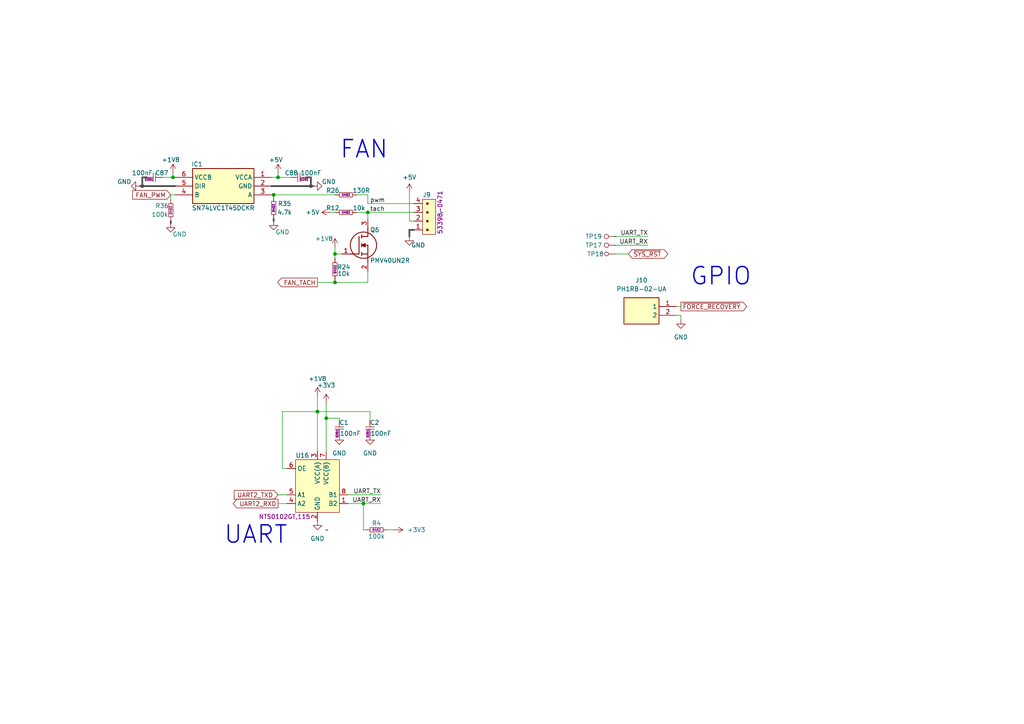
<source format=kicad_sch>
(kicad_sch (version 20230121) (generator eeschema)
  (paper "A4")
  (lib_symbols
    (symbol "antmicro_orin_baseboard:533980471" (pin_names (offset 1.016))
      (property "Reference" "J" (at 2.54 6.35 0))
      (property "Value" "533980471" (at 2.54 3.81 0))
      (symbol "533980471_1_1"
        (rectangle (start -2.54 5.08) (end 1.27 -5.08) (fill (type background)))
        (rectangle (start -1.397 -3.556) (end -0.889 -4.064) (fill (type outline)))
        (rectangle (start -1.397 -1.016) (end -0.889 -1.524) (fill (type outline)))
        (rectangle (start -1.397 1.524) (end -0.889 1.016) (fill (type outline)))
        (rectangle (start -1.397 4.064) (end -0.889 3.556) (fill (type outline)))
        (pin passive line (at -5.08 3.81 0) (length 2.54) (name "~") (number "1"))
        (pin passive line (at -5.08 1.27 0) (length 2.54) (name "~") (number "2"))
        (pin passive line (at -5.08 -1.27 0) (length 2.54) (name "~") (number "3"))
        (pin passive line (at -5.08 -3.81 0) (length 2.54) (name "~") (number "4"))
      )
    )
    (symbol "antmicro_orin_baseboard:TP_SMD_0_75MM" (pin_numbers hide) (pin_names (offset 0))
      (property "Reference" "TP" (at -2.54 1.27 0))
      (symbol "TP_SMD_0_75MM_0_1"
        (circle (center 0 0) (radius 0.5588))
      )
      (symbol "TP_SMD_0_75MM_1_1"
        (pin passive line (at 0 2.54 270) (length 1.905) (name "~") (number "1"))
      )
    )
    (symbol "power:+1V8" (power) (pin_names (offset 0))
      (property "Value" "+1V8" (at 0 3.556 0))
      (symbol "+1V8_0_1"
        (polyline (pts (xy -0.762 1.27) (xy 0 2.54)))
        (polyline (pts (xy 0 0) (xy 0 2.54)))
        (polyline (pts (xy 0 2.54) (xy 0.762 1.27)))
      )
      (symbol "+1V8_1_1"
        (pin power_in line (at 0 0 90) (length 0) hide (name "+1V8") (number "1"))
      )
    )
    (symbol "power:+3V3" (power) (pin_names (offset 0))
      (property "Value" "+3V3" (at 0 3.556 0))
      (symbol "+3V3_0_1"
        (polyline (pts (xy -0.762 1.27) (xy 0 2.54)))
        (polyline (pts (xy 0 0) (xy 0 2.54)))
        (polyline (pts (xy 0 2.54) (xy 0.762 1.27)))
      )
      (symbol "+3V3_1_1"
        (pin power_in line (at 0 0 90) (length 0) hide (name "+3V3") (number "1"))
      )
    )
    (symbol "power:+5V" (power) (pin_names (offset 0))
      (property "Value" "+5V" (at 0 3.556 0))
      (symbol "+5V_0_1"
        (polyline (pts (xy -0.762 1.27) (xy 0 2.54)))
        (polyline (pts (xy 0 0) (xy 0 2.54)))
        (polyline (pts (xy 0 2.54) (xy 0.762 1.27)))
      )
      (symbol "+5V_1_1"
        (pin power_in line (at 0 0 90) (length 0) hide (name "+5V") (number "1"))
      )
    )
    (symbol "power:GND" (power) (pin_names (offset 0))
      (property "Value" "GND" (at 0 -3.81 0))
      (symbol "GND_0_1"
        (polyline (pts (xy 0 0) (xy 0 -1.27) (xy 1.27 -1.27) (xy 0 -2.54) (xy -1.27 -1.27) (xy 0 -1.27)))
      )
      (symbol "GND_1_1"
        (pin power_in line (at 0 0 270) (length 0) hide (name "GND") (number "1"))
      )
    )
    (symbol "the_backrooms:NTS0102"
      (property "Reference" "U" (at 0 0 0))
      (property "Value" "NTS0102" (at 0 0 0))
      (symbol "NTS0102_1_1"
        (rectangle (start 2.54 -1.27) (end 15.24 -16.51) (fill (type background)))
        (pin bidirectional line (at 17.78 -13.97 180) (length 2.54) (name "B2") (number "1"))
        (pin bidirectional line (at 8.89 -19.05 90) (length 2.54) (name "GND") (number "2"))
        (pin power_in line (at 8.89 1.27 270) (length 2.54) (name "VCC(A)") (number "3"))
        (pin bidirectional line (at 0 -13.97 0) (length 2.54) (name "A2") (number "4"))
        (pin bidirectional line (at 0 -11.43 0) (length 2.54) (name "A1") (number "5"))
        (pin input line (at 0 -3.81 0) (length 2.54) (name "OE") (number "6"))
        (pin power_in line (at 11.43 1.27 270) (length 2.54) (name "VCC(B)") (number "7"))
        (pin bidirectional line (at 17.78 -11.43 180) (length 2.54) (name "B1") (number "8"))
      )
    )
    (symbol "the_backrooms:PH1RB-02-UA"
      (property "Reference" "J" (at 16.51 7.62 0))
      (property "Value" "PH1RB-02-UA" (at 16.51 5.08 0))
      (symbol "PH1RB-02-UA_1_1"
        (rectangle (start 5.08 2.54) (end 15.24 -5.08) (stroke (width 0.254)) (fill (type background)))
        (pin passive line (at 0 0 0) (length 5.08) (name "1") (number "1"))
        (pin passive line (at 0 -2.54 0) (length 5.08) (name "2") (number "2"))
      )
    )
    (symbol "the_backrooms:PMV40UN2R" (pin_names hide)
      (property "Reference" "Q" (at 11.43 3.81 0))
      (property "Value" "PMV40UN2R" (at 11.43 1.27 0))
      (symbol "PMV40UN2R_1_1"
        (polyline (pts (xy 2.54 0) (xy 5.08 0)) (stroke (width 0.254)))
        (polyline (pts (xy 5.08 5.08) (xy 5.08 0)) (stroke (width 0.254)))
        (polyline (pts (xy 5.842 -0.508) (xy 5.842 0.508)) (stroke (width 0.254)))
        (polyline (pts (xy 5.842 0) (xy 7.62 0)) (stroke (width 0.254)))
        (polyline (pts (xy 5.842 2.032) (xy 5.842 3.048)) (stroke (width 0.254)))
        (polyline (pts (xy 5.842 5.588) (xy 5.842 4.572)) (stroke (width 0.254)))
        (polyline (pts (xy 7.62 2.54) (xy 5.842 2.54)) (stroke (width 0.254)))
        (polyline (pts (xy 7.62 2.54) (xy 7.62 -2.54)) (stroke (width 0.254)))
        (polyline (pts (xy 7.62 5.08) (xy 5.842 5.08)) (stroke (width 0.254)))
        (polyline (pts (xy 7.62 5.08) (xy 7.62 7.62)) (stroke (width 0.254)))
        (polyline (pts (xy 5.842 2.54) (xy 6.858 3.048) (xy 6.858 2.032) (xy 5.842 2.54)) (stroke (width 0.254)) (fill (type outline)))
        (circle (center 6.35 2.54) (radius 3.81) (stroke (width 0.254)))
        (pin passive line (at 0 0 0) (length 2.54) (name "G") (number "1"))
        (pin passive line (at 7.62 -5.08 90) (length 2.54) (name "S") (number "2"))
        (pin passive line (at 7.62 10.16 270) (length 2.54) (name "D") (number "3"))
      )
    )
    (symbol "the_backrooms:SN74LVC1T45DCKR"
      (property "Reference" "IC" (at 24.13 7.62 0))
      (property "Value" "SN74LVC1T45DCKR" (at 24.13 5.08 0))
      (symbol "SN74LVC1T45DCKR_1_1"
        (rectangle (start 5.08 2.54) (end 22.86 -7.62) (stroke (width 0.254)) (fill (type background)))
        (pin passive line (at 0 0 0) (length 5.08) (name "VCCA") (number "1"))
        (pin passive line (at 0 -2.54 0) (length 5.08) (name "GND") (number "2"))
        (pin passive line (at 0 -5.08 0) (length 5.08) (name "A") (number "3"))
        (pin passive line (at 27.94 -5.08 180) (length 5.08) (name "B") (number "4"))
        (pin passive line (at 27.94 -2.54 180) (length 5.08) (name "DIR") (number "5"))
        (pin passive line (at 27.94 0 180) (length 5.08) (name "VCCB") (number "6"))
      )
    )
    (symbol "the_backrooms:cap_0201"
      (property "Reference" "C" (at -0.635 0 0))
      (property "Package/Case" "0201" (at -1.27 1.27 0))
      (symbol "cap_0201_0_1"
        (polyline (pts (xy 1.905 0) (xy 1.905 -1.27)))
        (polyline (pts (xy 2.54 1.27) (xy 2.54 -1.27)))
        (polyline (pts (xy 3.175 0) (xy 2.54 0)))
        (polyline (pts (xy 1.27 0) (xy 1.905 0) (xy 1.905 1.27)))
      )
      (symbol "cap_0201_1_1"
        (pin free line (at 0 0 0) (length 1.27) (name "") (number "1"))
        (pin free line (at 4.445 0 180) (length 1.27) (name "") (number "2"))
      )
    )
    (symbol "the_backrooms:res_0402"
      (property "Reference" "R" (at 3.175 -1.905 0))
      (property "Package/Case" "0402" (at -3.175 1.905 0))
      (symbol "res_0402_0_1"
        (rectangle (start 1.27 0.635) (end 5.08 -0.635))
      )
      (symbol "res_0402_1_1"
        (pin free line (at 0 0 0) (length 1.27) (name "") (number "1"))
        (pin free line (at 6.35 0 180) (length 1.27) (name "") (number "2"))
      )
    )
    (symbol "the_backrooms:tp_1mm"
      (property "Reference" "TP" (at -3.81 0 0))
      (symbol "tp_1mm_0_1"
        (circle (center -2.54 0) (radius 0.635))
        (polyline (pts (xy -1.905 0) (xy 0 0)))
      )
      (symbol "tp_1mm_1_1"
        (pin free line (at 0 0 180) (length 1) hide (name "1") (number "1"))
      )
    )
  )
  (junction (at 80.645 51.435))
  (junction (at 92.075 119.38))
  (junction (at 97.155 81.915))
  (junction (at 50.165 51.435))
  (junction (at 105.41 146.05))
  (junction (at 97.155 73.66))
  (junction (at 94.615 121.285))
  (junction (at 79.375 56.515))
  (junction (at 90.17 53.975) (color 72 72 72 1))
  (junction (at 106.68 61.595))
  (junction (at 41.275 53.975) (color 72 72 72 1))
  (wire (pts (xy 105.41 146.05) (xy 105.41 153.67)))
  (wire (pts (xy 79.375 57.15) (xy 79.375 56.515)))
  (wire (pts (xy 120.015 64.135) (xy 118.745 64.135)))
  (wire (pts (xy 118.745 55.88) (xy 118.745 64.135)))
  (wire (pts (xy 196.215 91.44) (xy 197.485 91.44)))
  (wire (pts (xy 50.165 50.165) (xy 50.165 51.435)))
  (wire (pts (xy 97.155 73.66) (xy 97.155 74.93)))
  (wire (pts (xy 95.885 61.595) (xy 97.155 61.595)))
  (wire (pts (xy 120.015 59.055) (xy 106.68 59.055)))
  (wire (pts (xy 80.645 143.51) (xy 83.185 143.51)))
  (wire (pts (xy 100.965 143.51) (xy 110.49 143.51)))
  (wire (pts (xy 79.375 56.515) (xy 97.155 56.515)))
  (wire (pts (xy 105.41 146.05) (xy 110.49 146.05)))
  (wire (pts (xy 196.215 88.9) (xy 197.485 88.9)))
  (wire (pts (xy 90.17 53.975) (xy 90.805 53.975)) (stroke (width 0.5) (color 72 72 72 1)))
  (wire (pts (xy 80.645 51.435) (xy 78.74 51.435)))
  (wire (pts (xy 103.505 56.515) (xy 106.68 56.515)))
  (wire (pts (xy 49.53 64.135) (xy 49.53 64.77)) (stroke (width 0.5) (color 72 72 72 1)))
  (wire (pts (xy 106.68 59.055) (xy 106.68 56.515)))
  (wire (pts (xy 97.155 81.915) (xy 97.155 81.28)))
  (wire (pts (xy 80.645 50.165) (xy 80.645 51.435)))
  (wire (pts (xy 80.645 146.05) (xy 83.185 146.05)))
  (wire (pts (xy 92.075 119.38) (xy 81.915 119.38)))
  (wire (pts (xy 105.41 153.67) (xy 106.045 153.67)))
  (wire (pts (xy 90.17 51.435) (xy 88.9 51.435)) (stroke (width 0.5) (color 72 72 72 1)))
  (wire (pts (xy 106.68 61.595) (xy 106.68 63.5)))
  (wire (pts (xy 178.435 71.12) (xy 187.96 71.12)))
  (wire (pts (xy 178.435 73.66) (xy 182.245 73.66)))
  (wire (pts (xy 92.075 114.935) (xy 92.075 119.38)))
  (wire (pts (xy 94.615 116.84) (xy 94.615 121.285)))
  (wire (pts (xy 50.165 51.435) (xy 50.8 51.435)))
  (wire (pts (xy 92.075 119.38) (xy 107.315 119.38)))
  (wire (pts (xy 40.64 53.975) (xy 41.275 53.975)) (stroke (width 0.5) (color 72 72 72 1)))
  (wire (pts (xy 80.645 51.435) (xy 84.455 51.435)))
  (wire (pts (xy 118.745 66.675) (xy 118.745 68.58)) (stroke (width 0.5) (color 72 72 72 1)))
  (wire (pts (xy 92.075 81.915) (xy 97.155 81.915)))
  (wire (pts (xy 106.68 81.915) (xy 97.155 81.915)))
  (wire (pts (xy 112.395 153.67) (xy 114.3 153.67)))
  (wire (pts (xy 78.74 53.975) (xy 90.17 53.975)) (stroke (width 0.5) (color 72 72 72 1)))
  (wire (pts (xy 46.99 51.435) (xy 50.165 51.435)))
  (wire (pts (xy 41.275 53.975) (xy 50.8 53.975)) (stroke (width 0.5) (color 72 72 72 1)))
  (wire (pts (xy 49.53 57.785) (xy 49.53 56.515)))
  (wire (pts (xy 90.17 53.975) (xy 90.17 51.435)) (stroke (width 0.5) (color 72 72 72 1)))
  (wire (pts (xy 41.275 51.435) (xy 42.545 51.435)) (stroke (width 0.5) (color 72 72 72 1)))
  (wire (pts (xy 106.68 78.74) (xy 106.68 81.915)))
  (wire (pts (xy 83.185 135.89) (xy 81.915 135.89)))
  (wire (pts (xy 98.425 121.92) (xy 98.425 121.285)))
  (wire (pts (xy 103.505 61.595) (xy 106.68 61.595)))
  (wire (pts (xy 79.375 63.5) (xy 79.375 64.135)) (stroke (width 0.5) (color 72 72 72 1)))
  (wire (pts (xy 94.615 121.285) (xy 94.615 130.81)))
  (wire (pts (xy 100.965 146.05) (xy 105.41 146.05)))
  (wire (pts (xy 92.075 119.38) (xy 92.075 130.81)))
  (wire (pts (xy 41.275 53.975) (xy 41.275 51.435)) (stroke (width 0.5) (color 72 72 72 1)))
  (wire (pts (xy 120.015 66.675) (xy 118.745 66.675)) (stroke (width 0.5) (color 72 72 72 1)))
  (wire (pts (xy 197.485 91.44) (xy 197.485 92.71)))
  (wire (pts (xy 79.375 56.515) (xy 78.74 56.515)))
  (wire (pts (xy 97.155 73.66) (xy 99.06 73.66)))
  (wire (pts (xy 81.915 119.38) (xy 81.915 135.89)))
  (wire (pts (xy 107.315 119.38) (xy 107.315 121.92)))
  (wire (pts (xy 98.425 121.285) (xy 94.615 121.285)))
  (wire (pts (xy 97.155 71.755) (xy 97.155 73.66)))
  (wire (pts (xy 106.68 61.595) (xy 120.015 61.595)))
  (wire (pts (xy 178.435 68.58) (xy 187.96 68.58)))
  (wire (pts (xy 49.53 56.515) (xy 50.8 56.515)))
  (text "UART" (at 64.77 158.115 0) (effects (font (size 5 5) (thickness 0.4) bold) (justify left bottom)))
  (text "FAN" (at 98.425 46.355 0) (effects (font (size 5 5) (thickness 0.4) bold) (justify left bottom)))
  (text "GPIO" (at 200.025 83.185 0) (effects (font (size 5 5) (thickness 0.4) bold) (justify left bottom)))
  (label "UART_TX" (at 110.49 143.51 180))
  (label "tach" (at 107.315 61.595 0))
  (label "pwm" (at 107.315 59.055 0))
  (label "UART_RX" (at 110.49 146.05 180))
  (label "UART_TX" (at 187.96 68.58 180))
  (label "UART_RX" (at 187.96 71.12 180))
  (global_label "FAN_PWM" (shape input) (at 49.53 56.515 180) (property "Intersheetrefs" "${INTERSHEET_REFS}" (at 37.8967 56.515 0) (effects (justify right))))
  (global_label "FAN_TACH" (shape output) (at 92.075 81.915 180) (property "Intersheetrefs" "${INTERSHEET_REFS}" (at 79.9578 81.915 0) (effects (justify right))))
  (global_label "UART2_TXD" (shape input) (at 80.645 143.51 180) (property "Intersheetrefs" "${INTERSHEET_REFS}" (at 67.3789 143.51 0) (effects (justify right))))
  (global_label "~{FORCE_RECOVERY}" (shape output) (at 197.485 88.9 0) (property "Intersheetrefs" "${INTERSHEET_REFS}" (at 217.1616 88.9 0) (effects (justify left))))
  (global_label "UART2_RXD" (shape output) (at 80.645 146.05 180) (property "Intersheetrefs" "${INTERSHEET_REFS}" (at 67.0765 146.05 0) (effects (justify right))))
  (global_label "~{SYS_RST}" (shape bidirectional) (at 182.245 73.66 0) (property "Intersheetrefs" "${INTERSHEET_REFS}" (at 194.2638 73.66 0) (effects (justify left))))
  (symbol (lib_id "power:+3V3") (at 94.615 116.84 0) (unit 1)
    (property "Reference" "#PWR0161" (effects hide))
    (property "Value" "+3V3" (at 94.615 111.76 0))
  )
  (symbol (lib_id "the_backrooms:cap_0201") (at 107.315 126.365 90) (unit 1)
    (property "Reference" "C2" (at 107.315 122.555 90) (effects (justify right)))
    (property "Value" "100nF" (at 110.49 125.73 90))
    (property "Footprint" "the_backrooms:cap_0201" (effects hide))
    (property "Package/Case" "0201" (at 106.68 124.46 0) (effects (font (size 0.635 0.635)) (justify right)))
    (property "Mfr. No." "GRM033R61E104KE14J" (effects hide))
  )
  (symbol (lib_id "power:GND") (at 92.075 151.13 0) (unit 1)
    (property "Reference" "#PWR0164" (effects hide))
    (property "Value" "GND" (at 92.075 156.21 0))
  )
  (symbol (lib_id "power:GND") (at 118.745 68.58 0) (unit 1)
    (property "Reference" "#PWR033" (effects hide))
    (property "Value" "GND" (at 121.285 71.12 0))
  )
  (symbol (lib_id "the_backrooms:tp_1mm") (at 178.435 71.12 0) (unit 1)
    (property "Reference" "TP17" (at 174.625 71.12 0) (effects (justify right)))
    (property "Value" "~" (at 178.435 71.12 0))
    (property "Footprint" "the_backrooms:tp_1mm" (effects hide))
  )
  (symbol (lib_id "power:GND") (at 197.485 92.71 0) (unit 1)
    (property "Reference" "#PWR01" (effects hide))
    (property "Value" "GND" (at 197.485 97.79 0))
  )
  (symbol (lib_id "the_backrooms:SN74LVC1T45DCKR") (at 78.74 51.435 0) (mirror y) (unit 1)
    (property "Reference" "IC1" (at 57.15 47.625 0))
    (property "Value" "SN74LVC1T45DCKR" (at 64.77 60.325 0))
    (property "Footprint" "the_backrooms:SOT65P210X110-6N" (effects hide))
    (property "Datasheet" "http://www.ti.com/lit/gpn/sn74lvc1t45" (effects hide))
    (property "Height" "1.1" (effects hide))
    (property "Manufacturer_Name" "Texas Instruments" (effects hide))
    (property "Manufacturer_Part_Number" "SN74LVC1T45DCKR" (effects hide))
    (property "Mouser Part Number" "595-SN74LVC1T45DCKR" (effects hide))
    (property "Mouser Price/Stock" "https://www.mouser.co.uk/ProductDetail/Texas-Instruments/SN74LVC1T45DCKR?qs=gb35HGp1gQLgs5JLyVnp7g%3D%3D" (effects hide))
    (property "Arrow Part Number" "SN74LVC1T45DCKR" (effects hide))
    (property "Arrow Price/Stock" "https://www.arrow.com/en/products/sn74lvc1t45dckr/texas-instruments?region=nac" (effects hide))
    (property "Mfr. No." "SN74LVC1T45DCKR" (effects hide))
  )
  (symbol (lib_id "power:GND") (at 107.315 126.365 0) (unit 1)
    (property "Reference" "#PWR0166" (effects hide))
    (property "Value" "GND" (at 107.315 131.445 0))
  )
  (symbol (lib_id "power:+5V") (at 95.885 61.595 90) (unit 1)
    (property "Reference" "#PWR038" (effects hide))
    (property "Value" "+5V" (at 92.71 61.595 90) (effects (justify left)))
  )
  (symbol (lib_id "the_backrooms:NTS0102") (at 83.185 132.08 0) (unit 1)
    (property "Reference" "U16" (at 85.725 132.08 0) (effects (justify left)))
    (property "Value" "~" (at 94.2691 153.67 0) (effects (justify left)))
    (property "Footprint" "the_backrooms:NTS0102" (effects hide))
    (property "Datasheet" "https://www.mouser.de/datasheet/2/302/NTS0102-3073838.pdf" (effects hide))
    (property "Mfr. No." "NTS0102GT,115" (at 82.55 149.86 0))
    (property "Package/Case" "XSON-8" (effects hide))
    (property "Description" "Translation - Voltage Levels DUAL SUPP 4.8ns 3.6V" (effects hide))
  )
  (symbol (lib_id "power:GND") (at 40.64 53.975 270) (unit 1)
    (property "Reference" "#PWR053" (effects hide))
    (property "Value" "GND" (at 38.1 52.705 90) (effects (justify right)))
  )
  (symbol (lib_id "the_backrooms:res_0402") (at 112.395 153.67 180) (unit 1)
    (property "Reference" "R4" (at 109.22 151.765 0))
    (property "Value" "100k" (at 109.22 155.575 0))
    (property "Footprint" "the_backrooms:0402_res" (effects hide))
    (property "Package/Case" "0402" (at 109.22 153.67 0) (effects (font (size 0.635 0.635))))
    (property "Mfr. No." "CR0402-JW-104GLF" (effects hide))
    (property "Description" "Thick Film Resistors - SMD 100K OHM 5%" (effects hide))
  )
  (symbol (lib_id "the_backrooms:tp_1mm") (at 178.435 68.58 0) (unit 1)
    (property "Reference" "TP19" (at 174.625 68.58 0) (effects (justify right)))
    (property "Value" "~" (at 178.435 68.58 0))
    (property "Footprint" "the_backrooms:tp_1mm" (effects hide))
  )
  (symbol (lib_id "power:GND") (at 79.375 64.135 0) (unit 1)
    (property "Reference" "#PWR052" (effects hide))
    (property "Value" "GND" (at 81.915 67.31 0))
  )
  (symbol (lib_id "the_backrooms:cap_0201") (at 42.545 51.435 0) (mirror x) (unit 1)
    (property "Reference" "C87" (at 48.895 50.165 0) (effects (justify right)))
    (property "Value" "100nF" (at 41.275 50.165 0))
    (property "Footprint" "the_backrooms:cap_0201" (effects hide))
    (property "Package/Case" "0201" (at 44.45 52.07 0) (effects (font (size 0.635 0.635)) (justify right)))
    (property "Mfr. No." "GRM033R61E104KE14J" (effects hide))
  )
  (symbol (lib_id "the_backrooms:res_0402") (at 103.505 61.595 180) (unit 1)
    (property "Reference" "R12" (at 96.52 60.325 0))
    (property "Value" "10k" (at 104.14 60.325 0))
    (property "Footprint" "the_backrooms:0402_res" (effects hide))
    (property "Package/Case" "0402" (at 100.33 61.595 0) (effects (font (size 0.635 0.635))))
    (property "Mfr. No." "MCS04020C1002FE000" (effects hide))
  )
  (symbol (lib_id "the_backrooms:cap_0201") (at 88.9 51.435 180) (unit 1)
    (property "Reference" "C88" (at 82.55 50.165 0) (effects (justify right)))
    (property "Value" "100nF" (at 90.17 50.165 0))
    (property "Footprint" "the_backrooms:cap_0201" (effects hide))
    (property "Package/Case" "0201" (at 86.995 52.07 0) (effects (font (size 0.635 0.635)) (justify right)))
    (property "Mfr. No." "GRM033R61E104KE14J" (effects hide))
  )
  (symbol (lib_id "power:GND") (at 90.805 53.975 90) (unit 1)
    (property "Reference" "#PWR050" (effects hide))
    (property "Value" "GND" (at 93.345 52.705 90) (effects (justify right)))
  )
  (symbol (lib_id "the_backrooms:res_0402") (at 103.505 56.515 180) (unit 1)
    (property "Reference" "R26" (at 96.52 55.245 0))
    (property "Value" "130R" (at 104.775 55.245 0))
    (property "Footprint" "the_backrooms:0402_res" (effects hide))
    (property "Package/Case" "0402" (at 100.33 56.515 0) (effects (font (size 0.635 0.635))))
    (property "Mfr. No." "ERA-2AED131X" (effects hide))
  )
  (symbol (lib_id "power:+1V8") (at 97.155 71.755 0) (unit 1)
    (property "Reference" "#PWR041" (effects hide))
    (property "Value" "+1V8" (at 93.98 69.215 0))
  )
  (symbol (lib_id "the_backrooms:PMV40UN2R") (at 99.06 73.66 0) (unit 1)
    (property "Reference" "Q6" (at 107.315 66.675 0) (effects (justify left)))
    (property "Value" "PMV40UN2R" (at 107.315 75.565 0) (effects (justify left)))
    (property "Footprint" "the_backrooms:SOT95P230X110-3N" (effects hide))
    (property "Datasheet" "https://assets.nexperia.com/documents/data-sheet/PMV40UN2.pdf" (effects hide))
    (property "Height" "1.1" (effects hide))
    (property "Manufacturer_Name" "Nexperia" (effects hide))
    (property "Manufacturer_Part_Number" "PMV40UN2R" (effects hide))
    (property "Mouser Part Number" "771-PMV40UN2R" (effects hide))
    (property "Mouser Price/Stock" "https://www.mouser.co.uk/ProductDetail/Nexperia/PMV40UN2R?qs=sV%252BQJnSpgu%2Ftc99QGRzcMg%3D%3D" (effects hide))
    (property "Arrow Part Number" "PMV40UN2R" (effects hide))
    (property "Arrow Price/Stock" "https://www.arrow.com/en/products/pmv40un2r/nexperia" (effects hide))
    (property "Mfr. No." "PMV40UN2R" (effects hide))
  )
  (symbol (lib_id "power:GND") (at 98.425 126.365 0) (unit 1)
    (property "Reference" "#PWR0165" (effects hide))
    (property "Value" "GND" (at 98.425 131.445 0))
  )
  (symbol (lib_id "the_backrooms:cap_0201") (at 98.425 126.365 90) (unit 1)
    (property "Reference" "C1" (at 98.425 122.555 90) (effects (justify right)))
    (property "Value" "100nF" (at 101.6 125.73 90))
    (property "Footprint" "the_backrooms:cap_0201" (effects hide))
    (property "Package/Case" "0201" (at 97.79 124.46 0) (effects (font (size 0.635 0.635)) (justify right)))
    (property "Mfr. No." "GRM033R61E104KE14J" (effects hide))
  )
  (symbol (lib_id "the_backrooms:res_0402") (at 49.53 64.135 270) (mirror x) (unit 1)
    (property "Reference" "R36" (at 46.99 59.69 90))
    (property "Value" "100k" (at 46.355 62.23 90))
    (property "Footprint" "the_backrooms:0402_res" (effects hide))
    (property "Package/Case" "0402" (at 49.53 60.96 0) (effects (font (size 0.635 0.635))))
    (property "Mfr. No." "CR0402-JW-104GLF" (effects hide))
    (property "Description" "Thick Film Resistors - SMD 100K OHM 5%" (effects hide))
  )
  (symbol (lib_id "antmicro_orin_baseboard:TP_SMD_0_75MM") (at 175.895 73.66 270) (unit 1) (in_bom no)
    (property "Reference" "TP18" (at 172.72 73.66 90))
    (property "Value" "TP_SMD_0_75MM" (effects hide))
    (property "Footprint" "jetson-orin-baseboard-footprints:Testpoint_smd_0_75mm" (effects hide))
  )
  (symbol (lib_id "antmicro_orin_baseboard:533980471") (at 125.095 62.865 0) (mirror x) (unit 1)
    (property "Reference" "J9" (at 122.555 56.515 0) (effects (justify left)))
    (property "Value" "~" (at 127.635 61.595 0) (effects (justify left)))
    (property "Footprint" "the_backrooms:Molex_PicoBlade_53398-0471_1x04-1MP_P1.25mm_Vertical" (effects hide))
    (property "Datasheet" "https://www.molex.com/molex/products/part-detail/pcb_headers/0533980471" (effects hide))
    (property "Manufacturer" "Molex" (effects hide))
    (property "MPN" "0533980471" (effects hide))
    (property "Mfr. No." "53398-0471" (at 127.635 61.595 90))
    (property "Description" "Headers & Wire Housings VERTICAL HDR SMT 4P" (effects hide))
  )
  (symbol (lib_id "power:+1V8") (at 92.075 114.935 0) (unit 1)
    (property "Reference" "#PWR0162" (effects hide))
    (property "Value" "+1V8" (at 92.075 109.855 0))
  )
  (symbol (lib_id "power:+5V") (at 118.745 55.88 0) (unit 1)
    (property "Reference" "#PWR018" (effects hide))
    (property "Value" "+5V" (at 118.745 51.435 0))
  )
  (symbol (lib_id "power:+1V8") (at 50.165 50.165 0) (unit 1)
    (property "Reference" "#PWR054" (effects hide))
    (property "Value" "+1V8" (at 49.53 46.355 0))
  )
  (symbol (lib_id "the_backrooms:res_0402") (at 97.155 74.93 270) (unit 1)
    (property "Reference" "R24" (at 99.695 77.47 90))
    (property "Value" "10k" (at 99.695 79.375 90))
    (property "Footprint" "the_backrooms:0402_res" (effects hide))
    (property "Package/Case" "0402" (at 97.155 78.105 0) (effects (font (size 0.635 0.635))))
    (property "Mfr. No." "MCS04020C1002FE000" (effects hide))
  )
  (symbol (lib_id "power:+5V") (at 80.645 50.165 0) (unit 1)
    (property "Reference" "#PWR049" (effects hide))
    (property "Value" "+5V" (at 80.01 46.355 0))
  )
  (symbol (lib_id "the_backrooms:res_0402") (at 79.375 63.5 90) (unit 1)
    (property "Reference" "R35" (at 82.55 59.055 90))
    (property "Value" "4.7k" (at 82.55 61.595 90))
    (property "Footprint" "the_backrooms:0402_res" (effects hide))
    (property "Package/Case" "0402" (at 79.375 60.325 0) (effects (font (size 0.635 0.635))))
    (property "Mfr. No." "MCS04020C4701FE000" (effects hide))
  )
  (symbol (lib_id "power:+3V3") (at 114.3 153.67 270) (unit 1)
    (property "Reference" "#PWR0163" (effects hide))
    (property "Value" "+3V3" (at 118.11 153.67 90) (effects (justify left)))
  )
  (symbol (lib_id "power:GND") (at 49.53 64.77 0) (unit 1)
    (property "Reference" "#PWR055" (effects hide))
    (property "Value" "GND" (at 52.07 67.945 0))
  )
  (symbol (lib_id "the_backrooms:PH1RB-02-UA") (at 196.215 88.9 0) (mirror y) (unit 1)
    (property "Reference" "J10" (at 186.055 81.28 0))
    (property "Value" "PH1RB-02-UA" (at 186.055 83.82 0))
    (property "Footprint" "the_backrooms:HDRRA2W64P0X254_1X2_508X250X288P" (effects hide))
    (property "Datasheet" "https://app.adam-tech.com/products/download/data_sheet/201281/ph1rb-xx-ua-data-sheet.pdf" (effects hide))
    (property "Height" "2.881" (effects hide))
    (property "Manufacturer_Name" "Adam Tech" (effects hide))
    (property "Manufacturer_Part_Number" "PH1RB-02-UA" (effects hide))
    (property "Mouser Part Number" "737-PH1RB-02-UA" (effects hide))
    (property "Mouser Price/Stock" "https://www.mouser.co.uk/ProductDetail/Adam-Tech/PH1RB-02-UA?qs=HoCaDK9Nz5fILNAxadVeKQ%3D%3D" (effects hide))
    (property "Arrow Part Number" "PH1RB-02-UA" (effects hide))
    (property "Arrow Price/Stock" "https://www.arrow.com/en/products/ph1rb-02-ua/adam-tech" (effects hide))
  )
)
</source>
